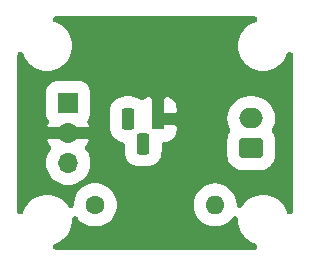
<source format=gbl>
G04 #@! TF.GenerationSoftware,KiCad,Pcbnew,8.0.8*
G04 #@! TF.CreationDate,2025-03-17T22:03:57+00:00*
G04 #@! TF.ProjectId,fan_PCB02,66616e5f-5043-4423-9032-2e6b69636164,rev?*
G04 #@! TF.SameCoordinates,Original*
G04 #@! TF.FileFunction,Copper,L2,Bot*
G04 #@! TF.FilePolarity,Positive*
%FSLAX46Y46*%
G04 Gerber Fmt 4.6, Leading zero omitted, Abs format (unit mm)*
G04 Created by KiCad (PCBNEW 8.0.8) date 2025-03-17 22:03:57*
%MOMM*%
%LPD*%
G01*
G04 APERTURE LIST*
G04 Aperture macros list*
%AMRoundRect*
0 Rectangle with rounded corners*
0 $1 Rounding radius*
0 $2 $3 $4 $5 $6 $7 $8 $9 X,Y pos of 4 corners*
0 Add a 4 corners polygon primitive as box body*
4,1,4,$2,$3,$4,$5,$6,$7,$8,$9,$2,$3,0*
0 Add four circle primitives for the rounded corners*
1,1,$1+$1,$2,$3*
1,1,$1+$1,$4,$5*
1,1,$1+$1,$6,$7*
1,1,$1+$1,$8,$9*
0 Add four rect primitives between the rounded corners*
20,1,$1+$1,$2,$3,$4,$5,0*
20,1,$1+$1,$4,$5,$6,$7,0*
20,1,$1+$1,$6,$7,$8,$9,0*
20,1,$1+$1,$8,$9,$2,$3,0*%
G04 Aperture macros list end*
G04 #@! TA.AperFunction,ComponentPad*
%ADD10RoundRect,0.250000X0.750000X-0.600000X0.750000X0.600000X-0.750000X0.600000X-0.750000X-0.600000X0*%
G04 #@! TD*
G04 #@! TA.AperFunction,ComponentPad*
%ADD11O,2.000000X1.700000*%
G04 #@! TD*
G04 #@! TA.AperFunction,ComponentPad*
%ADD12R,1.100000X1.800000*%
G04 #@! TD*
G04 #@! TA.AperFunction,ComponentPad*
%ADD13RoundRect,0.275000X0.275000X0.625000X-0.275000X0.625000X-0.275000X-0.625000X0.275000X-0.625000X0*%
G04 #@! TD*
G04 #@! TA.AperFunction,ComponentPad*
%ADD14C,1.600000*%
G04 #@! TD*
G04 #@! TA.AperFunction,ComponentPad*
%ADD15O,1.600000X1.600000*%
G04 #@! TD*
G04 #@! TA.AperFunction,ComponentPad*
%ADD16R,1.700000X1.700000*%
G04 #@! TD*
G04 #@! TA.AperFunction,ComponentPad*
%ADD17O,1.700000X1.700000*%
G04 #@! TD*
G04 APERTURE END LIST*
D10*
X31242000Y127000000D03*
D11*
X31242000Y129500000D03*
D12*
X23368000Y129432000D03*
D13*
X22098000Y127362000D03*
X20828000Y129432000D03*
D14*
X18034000Y122174000D03*
D15*
X28194000Y122174000D03*
D16*
X15748000Y130810000D03*
D17*
X15748000Y128270000D03*
X15748000Y125730000D03*
G04 #@! TA.AperFunction,Conductor*
G36*
X31594990Y138140711D02*
G01*
X31660753Y138110678D01*
X31715390Y138063335D01*
X31754477Y138002515D01*
X31774845Y137933148D01*
X31774845Y137860852D01*
X31754477Y137791485D01*
X31715390Y137730665D01*
X31660753Y137683322D01*
X31620632Y137662335D01*
X31255698Y137511174D01*
X30909128Y137279604D01*
X30614395Y136984871D01*
X30382825Y136638301D01*
X30223316Y136253212D01*
X30142000Y135844410D01*
X30142000Y135427589D01*
X30223316Y135018787D01*
X30382825Y134633698D01*
X30614395Y134287128D01*
X30909128Y133992395D01*
X31255698Y133760825D01*
X31640787Y133601316D01*
X32049590Y133520000D01*
X32466410Y133520000D01*
X32875212Y133601316D01*
X33260301Y133760825D01*
X33606871Y133992395D01*
X33901604Y134287128D01*
X34133174Y134633698D01*
X34284335Y134998632D01*
X34321225Y135060807D01*
X34374138Y135110071D01*
X34438787Y135142432D01*
X34509934Y135155268D01*
X34581816Y135147540D01*
X34648609Y135119874D01*
X34704901Y135074510D01*
X34746133Y135015125D01*
X34768964Y134946528D01*
X34773000Y134901430D01*
X34773001Y121638570D01*
X34762712Y121567010D01*
X34732679Y121501247D01*
X34685336Y121446610D01*
X34624516Y121407523D01*
X34555149Y121387155D01*
X34482853Y121387155D01*
X34413486Y121407523D01*
X34352666Y121446610D01*
X34305323Y121501247D01*
X34284336Y121541368D01*
X34133174Y121906301D01*
X33901604Y122252871D01*
X33606871Y122547604D01*
X33260301Y122779174D01*
X32875212Y122938683D01*
X32466410Y123020000D01*
X32049590Y123020000D01*
X31640787Y122938683D01*
X31255698Y122779174D01*
X30909128Y122547604D01*
X30614396Y122252872D01*
X30482922Y122056106D01*
X30434610Y122002322D01*
X30373103Y121964327D01*
X30303383Y121945200D01*
X30231099Y121946491D01*
X30162106Y121968093D01*
X30101994Y122008259D01*
X30055633Y122063733D01*
X30026778Y122130021D01*
X30018951Y122172324D01*
X29983723Y122529996D01*
X29879881Y122872316D01*
X29711252Y123187798D01*
X29484319Y123464319D01*
X29207798Y123691252D01*
X28892316Y123859881D01*
X28549996Y123963723D01*
X28283205Y123990000D01*
X28104795Y123990000D01*
X27838003Y123963723D01*
X27495683Y123859881D01*
X27180201Y123691252D01*
X26903680Y123464319D01*
X26676747Y123187798D01*
X26508118Y122872316D01*
X26404276Y122529996D01*
X26369214Y122174000D01*
X26404276Y121818003D01*
X26508118Y121475683D01*
X26676747Y121160201D01*
X26903680Y120883680D01*
X27180201Y120656747D01*
X27495683Y120488118D01*
X27838003Y120384276D01*
X28104795Y120358000D01*
X28283205Y120358000D01*
X28549996Y120384276D01*
X28892316Y120488118D01*
X29207798Y120656747D01*
X29484318Y120883680D01*
X29691655Y121136322D01*
X29745005Y121185112D01*
X29809940Y121216895D01*
X29881199Y121229096D01*
X29953009Y121220727D01*
X30019552Y121192466D01*
X30075438Y121146602D01*
X30116139Y121086851D01*
X30138357Y121018053D01*
X30142000Y120975187D01*
X30142000Y120695589D01*
X30223316Y120286787D01*
X30382825Y119901698D01*
X30614395Y119555128D01*
X30909128Y119260395D01*
X31255698Y119028825D01*
X31620632Y118877665D01*
X31682807Y118840775D01*
X31732071Y118787862D01*
X31764432Y118723213D01*
X31777268Y118652066D01*
X31769540Y118580184D01*
X31741874Y118513391D01*
X31696510Y118457099D01*
X31637125Y118415867D01*
X31568528Y118393036D01*
X31523430Y118389000D01*
X14704570Y118389000D01*
X14633010Y118399289D01*
X14567247Y118429322D01*
X14512610Y118476665D01*
X14473523Y118537485D01*
X14453155Y118606852D01*
X14453155Y118679148D01*
X14473523Y118748515D01*
X14512610Y118809335D01*
X14567247Y118856678D01*
X14607368Y118877665D01*
X14972301Y119028825D01*
X15318871Y119260395D01*
X15613604Y119555128D01*
X15845174Y119901698D01*
X16004683Y120286787D01*
X16086000Y120695589D01*
X16086000Y120983349D01*
X16096289Y121054909D01*
X16126322Y121120672D01*
X16173665Y121175309D01*
X16234485Y121214396D01*
X16303852Y121234764D01*
X16376148Y121234764D01*
X16445515Y121214396D01*
X16506335Y121175309D01*
X16551193Y121124464D01*
X16623420Y121016367D01*
X16876367Y120763420D01*
X17173801Y120564681D01*
X17504293Y120427787D01*
X17855138Y120358000D01*
X18212862Y120358000D01*
X18563706Y120427787D01*
X18894198Y120564681D01*
X19191632Y120763420D01*
X19444579Y121016367D01*
X19643318Y121313801D01*
X19780212Y121644293D01*
X19850000Y121995137D01*
X19850000Y122352862D01*
X19780212Y122703706D01*
X19643318Y123034198D01*
X19444579Y123331632D01*
X19191632Y123584579D01*
X18894198Y123783318D01*
X18563706Y123920212D01*
X18212862Y123990000D01*
X17855138Y123990000D01*
X17504293Y123920212D01*
X17173801Y123783318D01*
X16876367Y123584579D01*
X16623420Y123331632D01*
X16424681Y123034198D01*
X16287787Y122703706D01*
X16218000Y122352862D01*
X16218000Y122185655D01*
X16207711Y122114095D01*
X16177678Y122048332D01*
X16130335Y121993695D01*
X16069515Y121954608D01*
X16000148Y121934240D01*
X15927852Y121934240D01*
X15858485Y121954608D01*
X15797665Y121993695D01*
X15752807Y122044540D01*
X15613604Y122252871D01*
X15318871Y122547604D01*
X14972301Y122779174D01*
X14587212Y122938683D01*
X14178410Y123020000D01*
X13761590Y123020000D01*
X13352787Y122938683D01*
X12967698Y122779174D01*
X12621128Y122547604D01*
X12326395Y122252871D01*
X12094825Y121906301D01*
X11943665Y121541368D01*
X11906775Y121479193D01*
X11853862Y121429929D01*
X11789213Y121397568D01*
X11718066Y121384732D01*
X11646184Y121392460D01*
X11579391Y121420126D01*
X11523099Y121465490D01*
X11481867Y121524875D01*
X11459036Y121593472D01*
X11455000Y121638570D01*
X11455000Y125730000D01*
X13872972Y125730000D01*
X13908999Y125364199D01*
X14015699Y125012458D01*
X14188970Y124688291D01*
X14422155Y124404155D01*
X14706291Y124170970D01*
X15030458Y123997699D01*
X15382199Y123890999D01*
X15656337Y123864000D01*
X15839663Y123864000D01*
X16113800Y123890999D01*
X16465541Y123997699D01*
X16789708Y124170970D01*
X17073844Y124404155D01*
X17307029Y124688291D01*
X17480300Y125012458D01*
X17587000Y125364199D01*
X17623027Y125730000D01*
X17587000Y126095800D01*
X17480300Y126447541D01*
X17307029Y126771708D01*
X17244593Y126847787D01*
X17207150Y126909631D01*
X17188646Y126979519D01*
X17190581Y127051789D01*
X17212799Y127120586D01*
X17232224Y127153679D01*
X17377093Y127362556D01*
X17499875Y127645017D01*
X17408561Y127762000D01*
X16097458Y127762000D01*
X16038148Y127744585D01*
X16002000Y127742000D01*
X15494000Y127742000D01*
X15422440Y127752289D01*
X15401176Y127762000D01*
X14087439Y127762000D01*
X13996124Y127645017D01*
X14118906Y127362556D01*
X14263776Y127153679D01*
X14296104Y127089014D01*
X14308905Y127017861D01*
X14301140Y126945983D01*
X14273440Y126879204D01*
X14251407Y126847787D01*
X14188970Y126771708D01*
X14015699Y126447541D01*
X13908999Y126095800D01*
X13872972Y125730000D01*
X11455000Y125730000D01*
X11455000Y131647520D01*
X13875856Y131647520D01*
X13875856Y129972479D01*
X13896701Y129760829D01*
X13954798Y129569310D01*
X14049140Y129392808D01*
X14057460Y129382671D01*
X14094904Y129320827D01*
X14113407Y129250939D01*
X14111470Y129178669D01*
X14094058Y129120280D01*
X13996124Y128894982D01*
X14087439Y128778000D01*
X15398542Y128778000D01*
X15457852Y128795415D01*
X15494000Y128798000D01*
X16002000Y128798000D01*
X16073560Y128787711D01*
X16094824Y128778000D01*
X17408561Y128778000D01*
X17499875Y128894982D01*
X17401942Y129120280D01*
X17382850Y129190009D01*
X17384177Y129262293D01*
X17405815Y129331275D01*
X17438540Y129382671D01*
X17446859Y129392808D01*
X17541201Y129569310D01*
X17599298Y129760829D01*
X17620144Y129972479D01*
X17620144Y130044520D01*
X19255856Y130044520D01*
X19255856Y128819479D01*
X19281986Y128554179D01*
X19355730Y128311075D01*
X19475485Y128087029D01*
X19636650Y127890650D01*
X19833029Y127729485D01*
X20057075Y127609730D01*
X20308948Y127533325D01*
X20366965Y127519067D01*
X20429466Y127482732D01*
X20479199Y127430260D01*
X20512134Y127365901D01*
X20525603Y127294871D01*
X20525856Y127283546D01*
X20525856Y126749479D01*
X20551986Y126484179D01*
X20625730Y126241075D01*
X20745485Y126017029D01*
X20906650Y125820650D01*
X21103029Y125659485D01*
X21327075Y125539730D01*
X21570179Y125465986D01*
X21835480Y125439856D01*
X22360520Y125439856D01*
X22625820Y125465986D01*
X22868924Y125539730D01*
X23092970Y125659485D01*
X23289349Y125820650D01*
X23450514Y126017029D01*
X23570269Y126241075D01*
X23644013Y126484179D01*
X23670144Y126749479D01*
X23670144Y127277356D01*
X23680433Y127348916D01*
X23710466Y127414679D01*
X23757809Y127469316D01*
X23818629Y127508403D01*
X23887996Y127528771D01*
X23960292Y127528771D01*
X23986880Y127520964D01*
X24126642Y127532885D01*
X24315282Y127591555D01*
X24491118Y127687130D01*
X24644936Y127815178D01*
X24770811Y127970767D01*
X24863915Y128147926D01*
X24920669Y128339846D01*
X24939891Y128550093D01*
X24936004Y128753285D01*
X24765290Y128924000D01*
X23717458Y128924000D01*
X23658148Y128906585D01*
X23622000Y128904000D01*
X23379440Y128904000D01*
X23307880Y128914289D01*
X23242117Y128944322D01*
X23218304Y128961656D01*
X23092973Y129064512D01*
X22974265Y129127964D01*
X22916005Y129170771D01*
X22872165Y129228258D01*
X22846296Y129295768D01*
X22840000Y129351972D01*
X22840000Y129500000D01*
X29216972Y129500000D01*
X29252999Y129134199D01*
X29359700Y128782455D01*
X29463701Y128587884D01*
X29488360Y128519924D01*
X29492874Y128447769D01*
X29476876Y128377265D01*
X29441664Y128314125D01*
X29436038Y128307015D01*
X29435274Y128306084D01*
X29317828Y128086358D01*
X29245504Y127847941D01*
X29219856Y127587521D01*
X29219856Y126412478D01*
X29245504Y126152058D01*
X29317828Y125913641D01*
X29435274Y125693915D01*
X29593326Y125501326D01*
X29785915Y125343274D01*
X30005641Y125225828D01*
X30244058Y125153504D01*
X30504478Y125127856D01*
X31979522Y125127856D01*
X32239941Y125153504D01*
X32478358Y125225828D01*
X32698084Y125343274D01*
X32890673Y125501326D01*
X33048725Y125693915D01*
X33166171Y125913641D01*
X33238495Y126152058D01*
X33264144Y126412478D01*
X33264144Y127587521D01*
X33238495Y127847941D01*
X33166171Y128086358D01*
X33048725Y128306084D01*
X33047962Y128307015D01*
X33010518Y128368859D01*
X32992015Y128438747D01*
X32993950Y128511017D01*
X33016169Y128579814D01*
X33020299Y128587884D01*
X33124299Y128782455D01*
X33231000Y129134199D01*
X33267027Y129500000D01*
X33231000Y129865800D01*
X33124300Y130217541D01*
X32951029Y130541708D01*
X32717844Y130825844D01*
X32433708Y131059029D01*
X32109541Y131232300D01*
X31757800Y131339000D01*
X31483663Y131366000D01*
X31000337Y131366000D01*
X30726199Y131339000D01*
X30374458Y131232300D01*
X30050291Y131059029D01*
X29766155Y130825844D01*
X29532970Y130541708D01*
X29359699Y130217541D01*
X29252999Y129865800D01*
X29216972Y129500000D01*
X22840000Y129500000D01*
X22840000Y129686000D01*
X22850289Y129757560D01*
X22860000Y129778824D01*
X22860000Y131179290D01*
X23876000Y131179290D01*
X23876000Y129940000D01*
X24765290Y129940000D01*
X24936004Y130110714D01*
X24939891Y130313906D01*
X24920669Y130524153D01*
X24863915Y130716073D01*
X24770811Y130893232D01*
X24644936Y131048821D01*
X24491118Y131176869D01*
X24315282Y131272444D01*
X24126642Y131331114D01*
X24035590Y131338880D01*
X23876000Y131179290D01*
X22860000Y131179290D01*
X22700409Y131338880D01*
X22609357Y131331114D01*
X22420717Y131272444D01*
X22244877Y131176868D01*
X22171162Y131115502D01*
X22109582Y131077626D01*
X22039825Y131058633D01*
X21967544Y131060062D01*
X21898592Y131081798D01*
X21847520Y131114368D01*
X21822973Y131134512D01*
X21598924Y131254269D01*
X21355820Y131328013D01*
X21090520Y131354144D01*
X20565480Y131354144D01*
X20300179Y131328013D01*
X20057075Y131254269D01*
X19833029Y131134514D01*
X19636650Y130973349D01*
X19475485Y130776970D01*
X19355730Y130552924D01*
X19281986Y130309820D01*
X19255856Y130044520D01*
X17620144Y130044520D01*
X17620144Y131647520D01*
X17599298Y131859170D01*
X17541201Y132050689D01*
X17446859Y132227190D01*
X17319896Y132381896D01*
X17165190Y132508859D01*
X16988689Y132603201D01*
X16797170Y132661298D01*
X16585520Y132682144D01*
X14910480Y132682144D01*
X14698829Y132661298D01*
X14507310Y132603201D01*
X14330809Y132508859D01*
X14176103Y132381896D01*
X14049140Y132227190D01*
X13954798Y132050689D01*
X13896701Y131859170D01*
X13875856Y131647520D01*
X11455000Y131647520D01*
X11455000Y134901430D01*
X11465289Y134972990D01*
X11495322Y135038753D01*
X11542665Y135093390D01*
X11603485Y135132477D01*
X11672852Y135152845D01*
X11745148Y135152845D01*
X11814515Y135132477D01*
X11875335Y135093390D01*
X11922678Y135038753D01*
X11943665Y134998632D01*
X12094825Y134633698D01*
X12326395Y134287128D01*
X12621128Y133992395D01*
X12967698Y133760825D01*
X13352787Y133601316D01*
X13761590Y133520000D01*
X14178410Y133520000D01*
X14587212Y133601316D01*
X14972301Y133760825D01*
X15318871Y133992395D01*
X15613604Y134287128D01*
X15845174Y134633698D01*
X16004683Y135018787D01*
X16086000Y135427589D01*
X16086000Y135844410D01*
X16004683Y136253212D01*
X15845174Y136638301D01*
X15613604Y136984871D01*
X15318871Y137279604D01*
X14972301Y137511174D01*
X14607368Y137662335D01*
X14545193Y137699225D01*
X14495929Y137752138D01*
X14463568Y137816787D01*
X14450732Y137887934D01*
X14458460Y137959816D01*
X14486126Y138026609D01*
X14531490Y138082901D01*
X14590875Y138124133D01*
X14659472Y138146964D01*
X14704570Y138151000D01*
X31523430Y138151000D01*
X31594990Y138140711D01*
G37*
G04 #@! TD.AperFunction*
M02*

</source>
